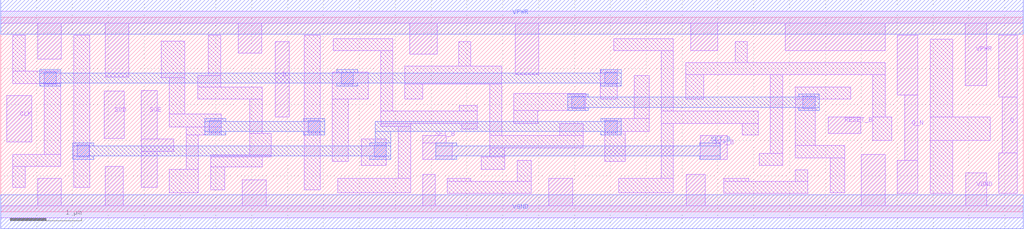
<source format=lef>
# Copyright 2020 The SkyWater PDK Authors
#
# Licensed under the Apache License, Version 2.0 (the "License");
# you may not use this file except in compliance with the License.
# You may obtain a copy of the License at
#
#     https://www.apache.org/licenses/LICENSE-2.0
#
# Unless required by applicable law or agreed to in writing, software
# distributed under the License is distributed on an "AS IS" BASIS,
# WITHOUT WARRANTIES OR CONDITIONS OF ANY KIND, either express or implied.
# See the License for the specific language governing permissions and
# limitations under the License.
#
# SPDX-License-Identifier: Apache-2.0

VERSION 5.5 ;
NAMESCASESENSITIVE ON ;
BUSBITCHARS "[]" ;
DIVIDERCHAR "/" ;
MACRO sky130_fd_sc_hd__sdfbbp_1
  CLASS CORE ;
  SOURCE USER ;
  ORIGIN  0.000000  0.000000 ;
  SIZE  14.26000 BY  2.720000 ;
  SYMMETRY X Y R90 ;
  SITE unithd ;
  PIN D
    ANTENNAGATEAREA  0.126000 ;
    DIRECTION INPUT ;
    USE SIGNAL ;
    PORT
      LAYER li1 ;
        RECT 3.825000 1.325000 4.025000 2.375000 ;
    END
  END D
  PIN Q
    ANTENNADIFFAREA  0.429000 ;
    DIRECTION OUTPUT ;
    USE SIGNAL ;
    PORT
      LAYER li1 ;
        RECT 13.915000 0.255000 14.175000 0.825000 ;
        RECT 13.915000 1.605000 14.175000 2.465000 ;
        RECT 13.965000 0.825000 14.175000 1.605000 ;
    END
  END Q
  PIN Q_N
    ANTENNADIFFAREA  0.429000 ;
    DIRECTION OUTPUT ;
    USE SIGNAL ;
    PORT
      LAYER li1 ;
        RECT 12.500000 0.255000 12.785000 0.715000 ;
        RECT 12.500000 1.630000 12.785000 2.465000 ;
        RECT 12.605000 0.715000 12.785000 1.630000 ;
    END
  END Q_N
  PIN RESET_B
    ANTENNAGATEAREA  0.159000 ;
    DIRECTION INPUT ;
    USE SIGNAL ;
    PORT
      LAYER li1 ;
        RECT 11.535000 1.095000 11.990000 1.325000 ;
    END
  END RESET_B
  PIN SCD
    ANTENNAGATEAREA  0.159000 ;
    DIRECTION INPUT ;
    USE SIGNAL ;
    PORT
      LAYER li1 ;
        RECT 1.440000 1.025000 1.720000 1.685000 ;
    END
  END SCD
  PIN SCE
    ANTENNAGATEAREA  0.252000 ;
    DIRECTION INPUT ;
    USE SIGNAL ;
    PORT
      LAYER li1 ;
        RECT 1.960000 0.345000 2.180000 0.845000 ;
        RECT 1.960000 0.845000 2.415000 1.015000 ;
        RECT 1.960000 1.015000 2.180000 1.695000 ;
    END
  END SCE
  PIN SET_B
    ANTENNAGATEAREA  0.252000 ;
    DIRECTION INPUT ;
    USE SIGNAL ;
    PORT
      LAYER li1 ;
        RECT 5.885000 0.735000 6.295000 0.965000 ;
        RECT 5.885000 0.965000 6.215000 1.065000 ;
    END
    PORT
      LAYER li1 ;
        RECT 9.755000 0.735000 10.130000 1.065000 ;
    END
    PORT
      LAYER met1 ;
        RECT 6.065000 0.735000  6.355000 0.780000 ;
        RECT 6.065000 0.780000 10.035000 0.920000 ;
        RECT 6.065000 0.920000  6.355000 0.965000 ;
        RECT 9.745000 0.735000 10.035000 0.780000 ;
        RECT 9.745000 0.920000 10.035000 0.965000 ;
    END
  END SET_B
  PIN CLK
    ANTENNAGATEAREA  0.159000 ;
    DIRECTION INPUT ;
    USE CLOCK ;
    PORT
      LAYER li1 ;
        RECT 0.085000 0.975000 0.435000 1.625000 ;
    END
  END CLK
  PIN VGND
    DIRECTION INOUT ;
    SHAPE ABUTMENT ;
    USE GROUND ;
    PORT
      LAYER li1 ;
        RECT  0.000000 -0.085000 14.260000 0.085000 ;
        RECT  0.515000  0.085000  0.845000 0.465000 ;
        RECT  1.455000  0.085000  1.705000 0.635000 ;
        RECT  3.370000  0.085000  3.700000 0.445000 ;
        RECT  5.885000  0.085000  6.055000 0.525000 ;
        RECT  7.640000  0.085000  7.975000 0.465000 ;
        RECT  9.560000  0.085000  9.820000 0.525000 ;
        RECT 12.000000  0.085000 12.330000 0.805000 ;
        RECT 13.455000  0.085000 13.745000 0.545000 ;
    END
    PORT
      LAYER met1 ;
        RECT 0.000000 -0.240000 14.260000 0.240000 ;
    END
  END VGND
  PIN VPWR
    DIRECTION INOUT ;
    SHAPE ABUTMENT ;
    USE POWER ;
    PORT
      LAYER li1 ;
        RECT  0.000000 2.635000 14.260000 2.805000 ;
        RECT  0.515000 2.135000  0.845000 2.635000 ;
        RECT  1.455000 1.885000  1.785000 2.635000 ;
        RECT  3.310000 2.215000  3.640000 2.635000 ;
        RECT  5.705000 2.205000  6.085000 2.635000 ;
        RECT  7.175000 1.915000  7.505000 2.635000 ;
        RECT  9.620000 2.255000 10.000000 2.635000 ;
        RECT 10.940000 2.255000 12.330000 2.635000 ;
        RECT 13.450000 1.765000 13.745000 2.635000 ;
    END
    PORT
      LAYER met1 ;
        RECT 0.000000 2.480000 14.260000 2.960000 ;
    END
  END VPWR
  OBS
    LAYER li1 ;
      RECT  0.170000 0.345000  0.345000 0.635000 ;
      RECT  0.170000 0.635000  0.835000 0.805000 ;
      RECT  0.170000 1.795000  0.835000 1.965000 ;
      RECT  0.170000 1.965000  0.345000 2.465000 ;
      RECT  0.605000 0.805000  0.835000 1.795000 ;
      RECT  1.015000 0.345000  1.240000 2.465000 ;
      RECT  2.235000 1.875000  2.565000 2.385000 ;
      RECT  2.350000 0.265000  2.755000 0.595000 ;
      RECT  2.350000 1.185000  3.075000 1.365000 ;
      RECT  2.350000 1.365000  2.565000 1.875000 ;
      RECT  2.585000 0.595000  2.755000 1.075000 ;
      RECT  2.585000 1.075000  3.075000 1.185000 ;
      RECT  2.745000 1.575000  3.645000 1.745000 ;
      RECT  2.745000 1.745000  3.065000 1.905000 ;
      RECT  2.895000 1.905000  3.065000 2.465000 ;
      RECT  2.925000 0.305000  3.125000 0.625000 ;
      RECT  2.925000 0.625000  3.645000 0.765000 ;
      RECT  2.925000 0.765000  3.770000 0.795000 ;
      RECT  3.475000 0.795000  3.770000 1.095000 ;
      RECT  3.475000 1.095000  3.645000 1.575000 ;
      RECT  4.230000 0.305000  4.455000 2.465000 ;
      RECT  4.625000 0.705000  4.845000 1.575000 ;
      RECT  4.625000 1.575000  5.125000 1.955000 ;
      RECT  4.635000 2.250000  5.465000 2.420000 ;
      RECT  4.700000 0.265000  5.715000 0.465000 ;
      RECT  5.025000 0.645000  5.375000 1.015000 ;
      RECT  5.295000 1.195000  5.715000 1.235000 ;
      RECT  5.295000 1.235000  6.645000 1.405000 ;
      RECT  5.295000 1.405000  5.465000 2.250000 ;
      RECT  5.545000 0.465000  5.715000 1.195000 ;
      RECT  5.635000 1.575000  5.885000 1.785000 ;
      RECT  5.635000 1.785000  6.985000 2.035000 ;
      RECT  6.225000 0.255000  7.395000 0.425000 ;
      RECT  6.225000 0.425000  6.555000 0.465000 ;
      RECT  6.385000 2.035000  6.555000 2.375000 ;
      RECT  6.395000 1.405000  6.645000 1.485000 ;
      RECT  6.425000 1.155000  6.645000 1.235000 ;
      RECT  6.700000 0.595000  7.030000 0.765000 ;
      RECT  6.815000 0.765000  7.030000 0.895000 ;
      RECT  6.815000 0.895000  8.125000 1.065000 ;
      RECT  6.815000 1.065000  6.985000 1.785000 ;
      RECT  7.155000 1.235000  7.485000 1.415000 ;
      RECT  7.155000 1.415000  8.160000 1.655000 ;
      RECT  7.200000 0.425000  7.395000 0.715000 ;
      RECT  7.795000 1.065000  8.125000 1.235000 ;
      RECT  8.360000 1.575000  8.595000 1.985000 ;
      RECT  8.420000 0.705000  8.705000 1.125000 ;
      RECT  8.420000 1.125000  9.040000 1.305000 ;
      RECT  8.550000 2.250000  9.380000 2.420000 ;
      RECT  8.615000 0.265000  9.380000 0.465000 ;
      RECT  8.835000 1.305000  9.040000 1.905000 ;
      RECT  9.210000 0.465000  9.380000 1.235000 ;
      RECT  9.210000 1.235000 10.560000 1.405000 ;
      RECT  9.210000 1.405000  9.380000 2.250000 ;
      RECT  9.550000 1.575000  9.800000 1.915000 ;
      RECT  9.550000 1.915000 12.330000 2.085000 ;
      RECT 10.080000 0.255000 11.250000 0.425000 ;
      RECT 10.080000 0.425000 10.430000 0.465000 ;
      RECT 10.240000 2.085000 10.410000 2.375000 ;
      RECT 10.340000 1.075000 10.560000 1.235000 ;
      RECT 10.575000 0.645000 10.905000 0.815000 ;
      RECT 10.730000 0.815000 10.905000 1.915000 ;
      RECT 11.075000 0.425000 11.250000 0.585000 ;
      RECT 11.080000 0.755000 11.765000 0.925000 ;
      RECT 11.080000 0.925000 11.355000 1.575000 ;
      RECT 11.080000 1.575000 11.855000 1.745000 ;
      RECT 11.565000 0.265000 11.765000 0.755000 ;
      RECT 12.160000 0.995000 12.425000 1.325000 ;
      RECT 12.160000 1.325000 12.330000 1.915000 ;
      RECT 12.960000 0.255000 13.275000 0.995000 ;
      RECT 12.960000 0.995000 13.795000 1.325000 ;
      RECT 12.960000 1.325000 13.275000 2.415000 ;
    LAYER mcon ;
      RECT  0.605000 1.785000  0.775000 1.955000 ;
      RECT  1.065000 0.765000  1.235000 0.935000 ;
      RECT  2.905000 1.105000  3.075000 1.275000 ;
      RECT  4.285000 1.105000  4.455000 1.275000 ;
      RECT  4.745000 1.785000  4.915000 1.955000 ;
      RECT  5.205000 0.765000  5.375000 0.935000 ;
      RECT  7.965000 1.445000  8.135000 1.615000 ;
      RECT  8.425000 1.105000  8.595000 1.275000 ;
      RECT  8.425000 1.785000  8.595000 1.955000 ;
      RECT 11.185000 1.445000 11.355000 1.615000 ;
    LAYER met1 ;
      RECT  0.545000 1.755000  0.835000 1.800000 ;
      RECT  0.545000 1.800000  8.655000 1.940000 ;
      RECT  0.545000 1.940000  0.835000 1.985000 ;
      RECT  1.005000 0.735000  1.295000 0.780000 ;
      RECT  1.005000 0.780000  5.435000 0.920000 ;
      RECT  1.005000 0.920000  1.295000 0.965000 ;
      RECT  2.845000 1.075000  3.135000 1.120000 ;
      RECT  2.845000 1.120000  4.515000 1.260000 ;
      RECT  2.845000 1.260000  3.135000 1.305000 ;
      RECT  4.225000 1.075000  4.515000 1.120000 ;
      RECT  4.225000 1.260000  4.515000 1.305000 ;
      RECT  4.685000 1.755000  4.975000 1.800000 ;
      RECT  4.685000 1.940000  4.975000 1.985000 ;
      RECT  5.145000 0.735000  5.435000 0.780000 ;
      RECT  5.145000 0.920000  5.435000 0.965000 ;
      RECT  5.220000 0.965000  5.435000 1.120000 ;
      RECT  5.220000 1.120000  8.655000 1.260000 ;
      RECT  7.905000 1.415000  8.195000 1.460000 ;
      RECT  7.905000 1.460000 11.415000 1.600000 ;
      RECT  7.905000 1.600000  8.195000 1.645000 ;
      RECT  8.365000 1.075000  8.655000 1.120000 ;
      RECT  8.365000 1.260000  8.655000 1.305000 ;
      RECT  8.365000 1.755000  8.655000 1.800000 ;
      RECT  8.365000 1.940000  8.655000 1.985000 ;
      RECT 11.125000 1.415000 11.415000 1.460000 ;
      RECT 11.125000 1.600000 11.415000 1.645000 ;
  END
END sky130_fd_sc_hd__sdfbbp_1
END LIBRARY

</source>
